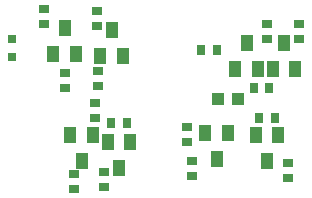
<source format=gbr>
G04 EAGLE Gerber RS-274X export*
G75*
%MOMM*%
%FSLAX34Y34*%
%LPD*%
%INSolderpaste Top*%
%IPPOS*%
%AMOC8*
5,1,8,0,0,1.08239X$1,22.5*%
G01*
%ADD10R,0.800000X0.800000*%
%ADD11R,0.700000X0.900000*%
%ADD12R,1.000000X1.100000*%
%ADD13R,1.000000X1.400000*%
%ADD14R,0.900000X0.700000*%


D10*
X-139700Y223400D03*
X-139700Y208400D03*
D11*
X20488Y214313D03*
X33488Y214313D03*
D12*
X34363Y173038D03*
X51363Y173038D03*
D13*
X49238Y198550D03*
X68238Y198550D03*
X58738Y220550D03*
X80988Y198550D03*
X99988Y198550D03*
X90488Y220550D03*
X-39713Y136413D03*
X-58713Y136413D03*
X-49213Y114413D03*
X-71463Y142763D03*
X-90463Y142763D03*
X-80963Y120763D03*
X42838Y144350D03*
X23838Y144350D03*
X33338Y122350D03*
X-104750Y211250D03*
X-85750Y211250D03*
X-95250Y233250D03*
X-65063Y209663D03*
X-46063Y209663D03*
X-55563Y231663D03*
X85700Y142763D03*
X66700Y142763D03*
X76200Y120763D03*
D11*
X64938Y182563D03*
X77938Y182563D03*
X-55713Y152400D03*
X-42713Y152400D03*
D14*
X-69850Y170013D03*
X-69850Y157013D03*
X7938Y136375D03*
X7938Y149375D03*
X-95250Y182413D03*
X-95250Y195413D03*
X-66675Y184000D03*
X-66675Y197000D03*
D11*
X69700Y157163D03*
X82700Y157163D03*
D14*
X76200Y236688D03*
X76200Y223688D03*
X103188Y236688D03*
X103188Y223688D03*
X-61913Y98275D03*
X-61913Y111275D03*
X-87313Y96688D03*
X-87313Y109688D03*
X12700Y107800D03*
X12700Y120800D03*
X-112713Y249388D03*
X-112713Y236388D03*
X-68263Y247800D03*
X-68263Y234800D03*
X93663Y106213D03*
X93663Y119213D03*
M02*

</source>
